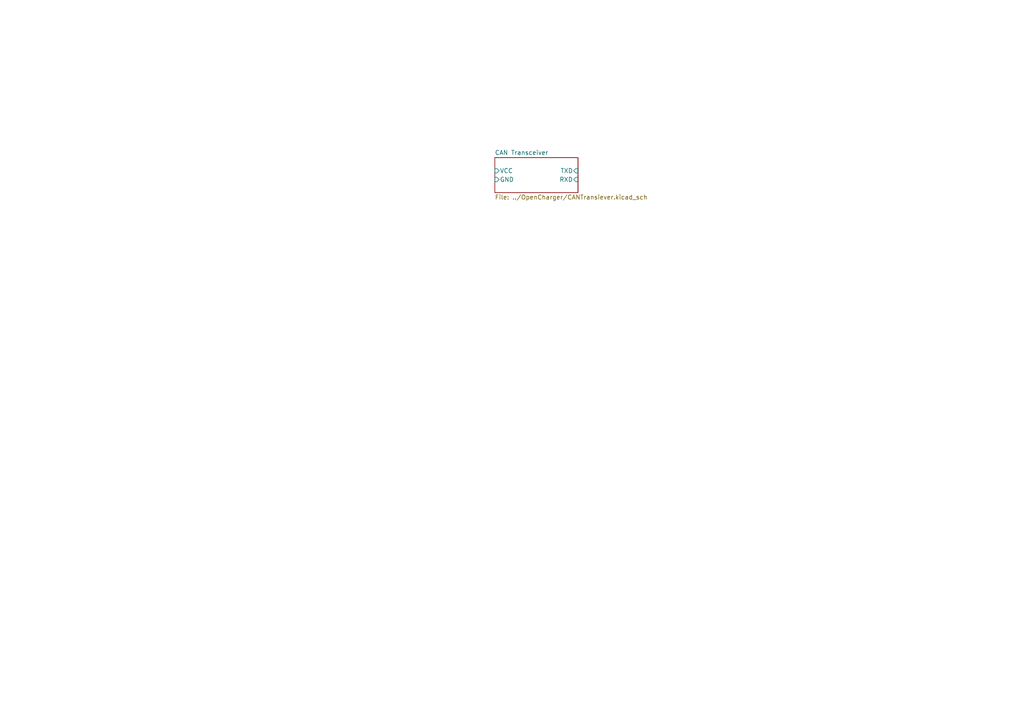
<source format=kicad_sch>
(kicad_sch (version 20210621) (generator eeschema)
  (paper "A4")
  (lib_symbols)
  (sheet (at 143.51 45.72) (size 24.13 10.16) (stroke (width 0.1524))
    (property "Sheet name" "CAN Transceiver" (at 143.51 45.0084 0) (effects (justify left bottom)))
    (property "Sheet file" "..\\OpenCharger\\CANTransiever.kicad_sch" (at 143.51 56.4646 0) (effects (justify left top)))
    (pin "GND" input (at 143.51 52.07 180))
    (pin "VCC" input (at 143.51 49.53 180))
    (pin "TXD" input (at 167.64 49.53 0))
    (pin "RXD" input (at 167.64 52.07 0))
  )
)
</source>
